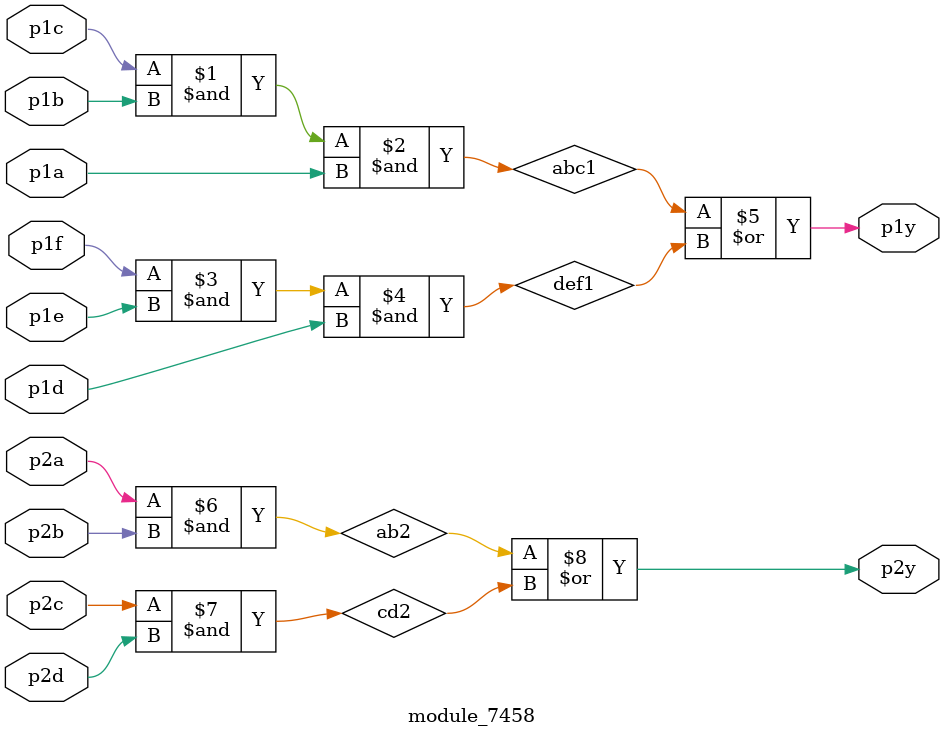
<source format=v>
module module_7458 ( 
                     input  p1a, p1b, p1c, p1d, p1e, p1f,
                     output p1y,
                     input  p2a, p2b, p2c, p2d,
                     output p2y );

    wire                    abc1, def1, ab2, cd2;
    assign abc1 = p1c & p1b & p1a;
    assign def1 = p1f & p1e & p1d;
    assign p1y = abc1 | def1;
    
    assign ab2 = p2a & p2b;
    assign cd2 = p2c & p2d;
    assign p2y = ab2 | cd2;
    
endmodule

</source>
